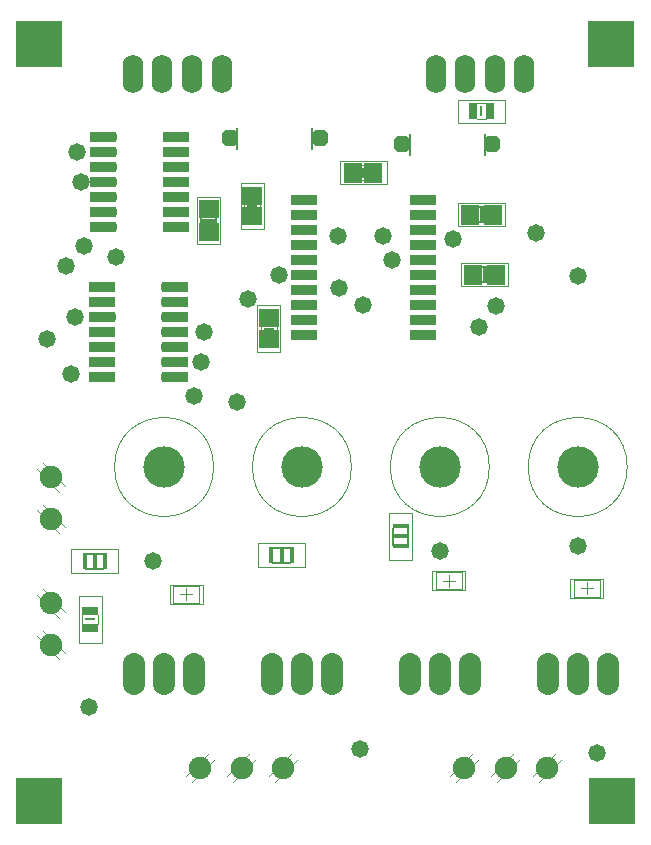
<source format=gts>
%FSLAX24Y24*%
%MOIN*%
G70*
G01*
G75*
G04 Layer_Color=8388736*
%ADD10R,0.0630X0.0520*%
%ADD11R,0.0600X0.0520*%
%ADD12R,0.0800X0.0260*%
%ADD13R,0.0520X0.0630*%
%ADD14R,0.0520X0.0600*%
%ADD15C,0.0350*%
%ADD16C,0.0600*%
%ADD17C,0.0700*%
%ADD18R,0.0079X0.0318*%
%ADD19R,0.0476X0.0159*%
%ADD20R,0.0318X0.0079*%
%ADD21R,0.0159X0.0476*%
%ADD22R,0.0079X0.0318*%
%ADD23C,0.0000*%
%ADD24C,0.0039*%
%ADD25C,0.0040*%
%ADD26C,0.0060*%
%ADD27C,0.0240*%
%ADD28R,0.0295X0.0575*%
%ADD29R,0.0300X0.0575*%
%ADD30R,0.0560X0.0140*%
%ADD31R,0.0575X0.0295*%
%ADD32R,0.0575X0.0300*%
%ADD33R,0.0300X0.0750*%
%ADD34R,0.0140X0.0560*%
%ADD35R,0.0580X0.0200*%
%ADD36R,0.0100X0.0240*%
%ADD37R,0.0450X0.0200*%
%ADD38C,0.0020*%
%ADD39R,0.1500X0.1500*%
%ADD40O,0.0600X0.1200*%
%ADD41C,0.0670*%
%ADD42O,0.0660X0.1320*%
%ADD43C,0.1300*%
G04:AMPARAMS|DCode=44|XSize=48mil|YSize=48mil|CornerRadius=0mil|HoleSize=0mil|Usage=FLASHONLY|Rotation=180.000|XOffset=0mil|YOffset=0mil|HoleType=Round|Shape=Octagon|*
%AMOCTAGOND44*
4,1,8,-0.0240,0.0120,-0.0240,-0.0120,-0.0120,-0.0240,0.0120,-0.0240,0.0240,-0.0120,0.0240,0.0120,0.0120,0.0240,-0.0120,0.0240,-0.0240,0.0120,0.0*
%
%ADD44OCTAGOND44*%

%ADD45C,0.0500*%
%ADD46R,0.0433X0.0551*%
%ADD47C,0.0650*%
%ADD48C,0.0100*%
%ADD49C,0.0034*%
%ADD50R,0.0300X0.0250*%
%ADD51R,0.0500X0.1100*%
%ADD52R,0.0050X0.0200*%
%ADD53R,0.0710X0.0600*%
%ADD54R,0.0680X0.0600*%
%ADD55R,0.0880X0.0340*%
%ADD56R,0.0600X0.0710*%
%ADD57R,0.0600X0.0680*%
%ADD58R,0.1580X0.1580*%
%ADD59O,0.0680X0.1280*%
%ADD60C,0.0750*%
%ADD61O,0.0740X0.1400*%
%ADD62C,0.1380*%
G04:AMPARAMS|DCode=63|XSize=56mil|YSize=56mil|CornerRadius=0mil|HoleSize=0mil|Usage=FLASHONLY|Rotation=180.000|XOffset=0mil|YOffset=0mil|HoleType=Round|Shape=Octagon|*
%AMOCTAGOND63*
4,1,8,-0.0280,0.0140,-0.0280,-0.0140,-0.0140,-0.0280,0.0140,-0.0280,0.0280,-0.0140,0.0280,0.0140,0.0140,0.0280,-0.0140,0.0280,-0.0280,0.0140,0.0*
%
%ADD63OCTAGOND63*%

%ADD64C,0.0580*%
D18*
X16235Y24099D02*
D03*
D19*
X7152Y20449D02*
D03*
X13548Y9929D02*
D03*
D20*
X8601Y20940D02*
D03*
X3201Y7160D02*
D03*
X9149Y16850D02*
D03*
D21*
X9579Y9302D02*
D03*
X3349Y9102D02*
D03*
X16351Y18652D02*
D03*
X16251Y20652D02*
D03*
D22*
X12300Y22049D02*
D03*
D23*
X21100Y12239D02*
G03*
X21100Y12239I-1650J0D01*
G01*
X16504D02*
G03*
X16504Y12239I-1650J0D01*
G01*
X11907D02*
G03*
X11907Y12239I-1650J0D01*
G01*
X7311D02*
G03*
X7311Y12239I-1650J0D01*
G01*
X21100D02*
G03*
X21100Y12239I-1650J0D01*
G01*
X16504D02*
G03*
X16504Y12239I-1650J0D01*
G01*
X11907D02*
G03*
X11907Y12239I-1650J0D01*
G01*
X7311D02*
G03*
X7311Y12239I-1650J0D01*
G01*
D24*
X6828Y7715D02*
Y8285D01*
X5962Y7715D02*
Y8285D01*
X6828D01*
X5962Y7715D02*
X6828D01*
X14717Y8165D02*
Y8735D01*
X15583Y8165D02*
Y8735D01*
X14717Y8165D02*
X15583D01*
X14717Y8735D02*
X15583D01*
X19317Y7915D02*
Y8485D01*
X20183Y7915D02*
Y8485D01*
X19317Y7915D02*
X20183D01*
X19317Y8485D02*
X20183D01*
X6946Y7685D02*
Y8315D01*
X5844Y7685D02*
Y8315D01*
X6946D01*
X5844Y7685D02*
X6946D01*
X6198Y8000D02*
X6592D01*
X6395Y7803D02*
Y8197D01*
X14599Y8135D02*
Y8765D01*
X15701Y8135D02*
Y8765D01*
X14599Y8135D02*
X15701D01*
X14599Y8765D02*
X15701D01*
X14953Y8450D02*
X15347D01*
X15150Y8253D02*
Y8647D01*
X19199Y7885D02*
Y8515D01*
X20301Y7885D02*
Y8515D01*
X19199Y7885D02*
X20301D01*
X19199Y8515D02*
X20301D01*
X19553Y8200D02*
X19947D01*
X19750Y8003D02*
Y8397D01*
D25*
X16085Y23840D02*
X16385D01*
X16094Y24360D02*
X16385D01*
X8860Y20790D02*
Y21090D01*
X8340Y20790D02*
Y21080D01*
X1410Y6591D02*
X2169Y5836D01*
X1610Y6783D02*
X2364Y6031D01*
X1410Y7970D02*
X2169Y7220D01*
X1610Y8170D02*
X2364Y7410D01*
X1410Y10791D02*
X2169Y10036D01*
X1610Y10983D02*
X2364Y10231D01*
X1410Y12170D02*
X2169Y11420D01*
X1610Y12370D02*
X2364Y11610D01*
X15197Y1931D02*
X15952Y2690D01*
X15392Y1736D02*
X16144Y2490D01*
X16575Y1931D02*
X17330Y2690D01*
X16770Y1736D02*
X17530Y2490D01*
X17960Y1931D02*
X18710Y2690D01*
X18150Y1736D02*
X18910Y2490D01*
X6397Y1931D02*
X7152Y2690D01*
X6592Y1736D02*
X7344Y2490D01*
X7775Y1931D02*
X8530Y2690D01*
X7970Y1736D02*
X8730Y2490D01*
X9160Y1931D02*
X9910Y2690D01*
X9350Y1736D02*
X10110Y2490D01*
X3460Y7010D02*
Y7310D01*
X2940Y7020D02*
Y7310D01*
X8890Y16700D02*
Y17000D01*
X9410Y16710D02*
Y17000D01*
X12150Y21790D02*
X12450D01*
X12150Y22310D02*
X12440D01*
D26*
X6441Y25500D02*
X6741D01*
X6441Y25200D02*
Y25500D01*
Y25200D02*
X6741D01*
Y25500D01*
X6441D02*
X6741Y25200D01*
X6441D02*
X6741Y25500D01*
X7431Y25200D02*
Y25500D01*
Y25200D02*
X7732D01*
Y25500D01*
X7431D02*
X7732D01*
X7431Y25200D02*
X7732Y25500D01*
X7431D02*
X7732Y25200D01*
X4778D02*
Y25500D01*
X4478Y25200D02*
X4778D01*
X4478D02*
Y25500D01*
X4778Y25200D01*
X4478D02*
X4778Y25500D01*
X4478D02*
X4778D01*
X5758Y25200D02*
Y25500D01*
X5458Y25200D02*
X5758D01*
X5458D02*
Y25500D01*
X5758Y25200D01*
X5458D02*
X5758Y25500D01*
X5458D02*
X5758D01*
X7400Y20170D02*
Y20730D01*
X6900Y20170D02*
Y20730D01*
X16533Y25500D02*
X16833D01*
X16533Y25200D02*
Y25500D01*
Y25200D02*
X16833D01*
Y25500D01*
X16533D02*
X16833Y25200D01*
X16533D02*
X16833Y25500D01*
X17524Y25200D02*
Y25500D01*
Y25200D02*
X17824D01*
Y25500D01*
X17524D02*
X17824D01*
X17524Y25200D02*
X17824Y25500D01*
X17524D02*
X17824Y25200D01*
X14870D02*
Y25500D01*
X14570Y25200D02*
X14870D01*
X14570D02*
Y25500D01*
X14870Y25200D01*
X14570D02*
X14870Y25500D01*
X14570D02*
X14870D01*
X15850Y25200D02*
Y25500D01*
X15550Y25200D02*
X15850D01*
X15550D02*
Y25500D01*
X15850Y25200D01*
X15550D02*
X15850Y25500D01*
X15550D02*
X15850D01*
X9300Y9550D02*
X9860D01*
X9300Y9050D02*
X9860D01*
X3070Y9350D02*
X3630D01*
X3070Y8850D02*
X3630D01*
X13300Y9650D02*
Y10210D01*
X13800Y9650D02*
Y10210D01*
X16070Y18900D02*
X16630D01*
X16070Y18400D02*
X16630D01*
X15970Y20900D02*
X16530D01*
X15970Y20400D02*
X16530D01*
X16350Y22650D02*
Y23350D01*
X13850Y22650D02*
Y23350D01*
X10600Y22850D02*
Y23550D01*
X8100Y22850D02*
Y23550D01*
D27*
X16450Y23000D02*
X16600D01*
X13600D02*
X13750D01*
X10700Y23200D02*
X10850D01*
X7850D02*
X8000D01*
D28*
X15952Y24097D02*
D03*
X12582Y22048D02*
D03*
D29*
X16525Y24097D02*
D03*
X12010Y22048D02*
D03*
D30*
X7150Y20790D02*
D03*
Y20110D02*
D03*
X13550Y10270D02*
D03*
Y9590D02*
D03*
D31*
X8602Y21222D02*
D03*
X3203Y6878D02*
D03*
X9147Y16568D02*
D03*
D32*
X8602Y20650D02*
D03*
X3203Y7450D02*
D03*
X9147Y17140D02*
D03*
D33*
X18450Y5614D02*
D03*
X19450D02*
D03*
X20450D02*
D03*
X13854D02*
D03*
X14854D02*
D03*
X15854D02*
D03*
X9257D02*
D03*
X10257D02*
D03*
X11257D02*
D03*
X4661D02*
D03*
X5661D02*
D03*
X6661D02*
D03*
D34*
X9920Y9300D02*
D03*
X9240D02*
D03*
X3690Y9100D02*
D03*
X3010D02*
D03*
X16010Y18650D02*
D03*
X16690D02*
D03*
X15910Y20650D02*
D03*
X16590D02*
D03*
D35*
X10490Y21150D02*
D03*
Y20650D02*
D03*
Y20150D02*
D03*
Y19650D02*
D03*
Y19150D02*
D03*
Y18650D02*
D03*
Y18150D02*
D03*
Y17650D02*
D03*
X14110Y21150D02*
D03*
Y20650D02*
D03*
Y20150D02*
D03*
Y19650D02*
D03*
Y19150D02*
D03*
Y18650D02*
D03*
Y18150D02*
D03*
Y17650D02*
D03*
Y17150D02*
D03*
Y16650D02*
D03*
X10490Y17150D02*
D03*
Y16650D02*
D03*
D36*
X16400Y23000D02*
D03*
X13800D02*
D03*
X10650Y23200D02*
D03*
X8050D02*
D03*
D37*
X5845Y21750D02*
D03*
X3855Y23250D02*
D03*
Y22750D02*
D03*
X3865Y22250D02*
D03*
X3855Y21750D02*
D03*
X5845Y22250D02*
D03*
Y22750D02*
D03*
Y23250D02*
D03*
Y21250D02*
D03*
Y20750D02*
D03*
Y20250D02*
D03*
X3855Y21250D02*
D03*
Y20750D02*
D03*
Y20250D02*
D03*
X5795Y16750D02*
D03*
X3805Y18250D02*
D03*
Y17750D02*
D03*
X3815Y17250D02*
D03*
X3805Y16750D02*
D03*
X5795Y17250D02*
D03*
Y17750D02*
D03*
Y18250D02*
D03*
Y16250D02*
D03*
Y15750D02*
D03*
Y15250D02*
D03*
X3805Y16250D02*
D03*
Y15750D02*
D03*
Y15250D02*
D03*
D38*
X15458Y23710D02*
X17015D01*
X15458Y24487D02*
X17015D01*
X15458Y23710D02*
Y24487D01*
X17015Y23710D02*
Y24487D01*
X7540Y19670D02*
Y21227D01*
X6763Y19670D02*
Y21227D01*
X7540D01*
X6763Y19670D02*
X7540D01*
X8990Y20160D02*
Y21717D01*
X8213Y20160D02*
Y21717D01*
X8990D01*
X8213Y20160D02*
X8990D01*
X8800Y9690D02*
X10357D01*
X8800Y8913D02*
X10357D01*
Y9690D01*
X8800Y8913D02*
Y9690D01*
X3590Y6383D02*
Y7940D01*
X2813Y6383D02*
Y7940D01*
Y6383D02*
X3590D01*
X2813Y7940D02*
X3590D01*
X2570Y9490D02*
X4127D01*
X2570Y8713D02*
X4127D01*
Y9490D01*
X2570Y8713D02*
Y9490D01*
X13160Y9150D02*
Y10707D01*
X13937Y9150D02*
Y10707D01*
X13160D02*
X13937D01*
X13160Y9150D02*
X13937D01*
X8760Y16073D02*
Y17630D01*
X9537Y16073D02*
Y17630D01*
X8760Y16073D02*
X9537D01*
X8760Y17630D02*
X9537D01*
X15573Y19040D02*
X17130D01*
X15573Y18263D02*
X17130D01*
X15573D02*
Y19040D01*
X17130Y18263D02*
Y19040D01*
X15473Y21040D02*
X17030D01*
X15473Y20263D02*
X17030D01*
X15473D02*
Y21040D01*
X17030Y20263D02*
Y21040D01*
X11520Y21660D02*
X13077D01*
X11520Y22437D02*
X13077D01*
Y21660D02*
Y22437D01*
X11520Y21660D02*
Y22437D01*
D53*
X7150Y20824D02*
D03*
Y20070D02*
D03*
D54*
X8600Y21275D02*
D03*
Y20600D02*
D03*
X9150Y16515D02*
D03*
Y17190D02*
D03*
D55*
X10320Y21150D02*
D03*
Y20650D02*
D03*
Y20150D02*
D03*
Y19650D02*
D03*
Y19150D02*
D03*
Y18650D02*
D03*
Y18150D02*
D03*
Y17650D02*
D03*
X14280D02*
D03*
Y18150D02*
D03*
Y18650D02*
D03*
Y19150D02*
D03*
Y19650D02*
D03*
Y20150D02*
D03*
Y20650D02*
D03*
Y21150D02*
D03*
X10320Y17150D02*
D03*
Y16650D02*
D03*
X14280Y17150D02*
D03*
Y16650D02*
D03*
X3640Y23250D02*
D03*
X6060D02*
D03*
X3640Y22750D02*
D03*
Y22250D02*
D03*
X6060Y22750D02*
D03*
Y22250D02*
D03*
X3640Y21750D02*
D03*
X6060D02*
D03*
X3640Y21250D02*
D03*
Y20750D02*
D03*
X6060Y21250D02*
D03*
Y20750D02*
D03*
X3640Y20250D02*
D03*
X6060D02*
D03*
X3590Y18250D02*
D03*
X6010D02*
D03*
X3590Y17750D02*
D03*
Y17250D02*
D03*
X6010Y17750D02*
D03*
Y17250D02*
D03*
X3590Y16750D02*
D03*
X6010D02*
D03*
X3590Y16250D02*
D03*
Y15750D02*
D03*
X6010Y16250D02*
D03*
Y15750D02*
D03*
X3590Y15250D02*
D03*
X6010D02*
D03*
D56*
X15976Y18650D02*
D03*
X16730D02*
D03*
X15876Y20650D02*
D03*
X16630D02*
D03*
D57*
X12635Y22050D02*
D03*
X11960D02*
D03*
D58*
X1500Y1100D02*
D03*
Y26350D02*
D03*
X20600Y1100D02*
D03*
X20550Y26350D02*
D03*
D59*
X6600Y25350D02*
D03*
X7584D02*
D03*
X5608D02*
D03*
X4628D02*
D03*
X16692D02*
D03*
X17676D02*
D03*
X15700D02*
D03*
X14720D02*
D03*
D60*
X1889Y6311D02*
D03*
Y7690D02*
D03*
Y10511D02*
D03*
Y11890D02*
D03*
X15672Y2211D02*
D03*
X17050D02*
D03*
X18430D02*
D03*
X6872D02*
D03*
X8250D02*
D03*
X9630D02*
D03*
D61*
X18450Y5339D02*
D03*
X19450D02*
D03*
X20450D02*
D03*
X13854D02*
D03*
X14854D02*
D03*
X15854D02*
D03*
X9257D02*
D03*
X10257D02*
D03*
X11257D02*
D03*
X4661D02*
D03*
X5661D02*
D03*
X6661D02*
D03*
D62*
X19450Y12239D02*
D03*
X14854D02*
D03*
X10257D02*
D03*
X5661D02*
D03*
D63*
X16600Y23000D02*
D03*
X13600D02*
D03*
X10850Y23200D02*
D03*
X7850D02*
D03*
D64*
X3150Y4250D02*
D03*
X12200Y2850D02*
D03*
X20100Y2700D02*
D03*
X16150Y16900D02*
D03*
X4050Y19250D02*
D03*
X9500Y18650D02*
D03*
X2700Y17250D02*
D03*
X7000Y16750D02*
D03*
X13250Y19150D02*
D03*
X11500Y18200D02*
D03*
X11450Y19950D02*
D03*
X12950D02*
D03*
X8450Y17850D02*
D03*
X18050Y20050D02*
D03*
X19450Y18600D02*
D03*
Y9600D02*
D03*
X16730Y17620D02*
D03*
X15300Y19850D02*
D03*
X14850Y9450D02*
D03*
X8100Y14400D02*
D03*
X5300Y9100D02*
D03*
X1750Y16500D02*
D03*
X2750Y22750D02*
D03*
X2400Y18950D02*
D03*
X6650Y14600D02*
D03*
X6900Y15750D02*
D03*
X12300Y17650D02*
D03*
X2550Y15350D02*
D03*
X3000Y19600D02*
D03*
X2900Y21750D02*
D03*
M02*

</source>
